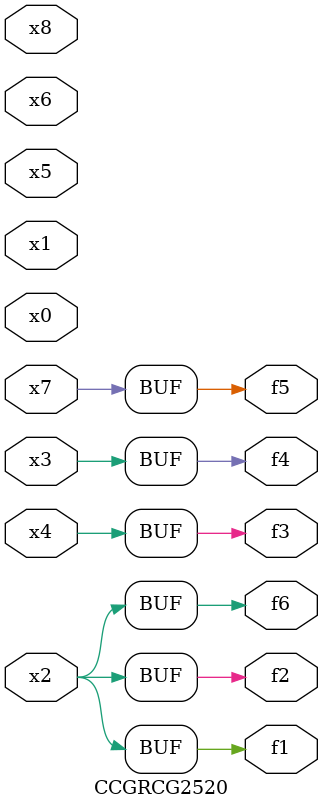
<source format=v>
module CCGRCG2520(
	input x0, x1, x2, x3, x4, x5, x6, x7, x8,
	output f1, f2, f3, f4, f5, f6
);
	assign f1 = x2;
	assign f2 = x2;
	assign f3 = x4;
	assign f4 = x3;
	assign f5 = x7;
	assign f6 = x2;
endmodule

</source>
